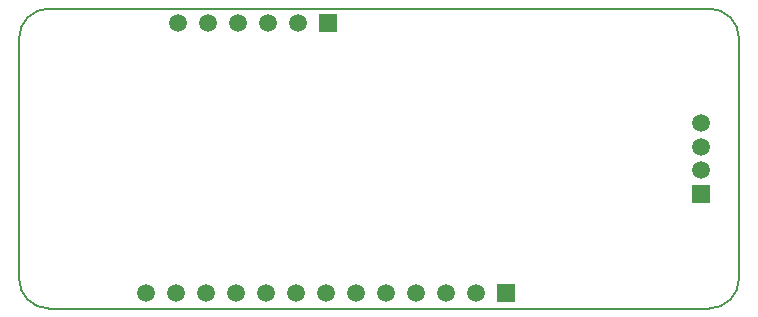
<source format=gbr>
G04 DipTrace 2.4.0.2*
%INBottomAssy.gbr*%
%MOIN*%
%ADD11C,0.006*%
%ADD17R,0.059X0.059*%
%ADD18C,0.0591*%
%FSLAX44Y44*%
G04*
G70*
G90*
G75*
G01*
%LNBotAssy*%
%LPD*%
D17*
X26690Y7759D3*
D18*
Y8546D3*
Y9334D3*
Y10121D3*
D17*
X20185Y4445D3*
D18*
X19185D3*
X18185D3*
X17185D3*
X16185D3*
X15185D3*
X14185D3*
X13185D3*
X12185D3*
X11185D3*
X10185D3*
X9185D3*
D17*
X14255Y13445D3*
D18*
X13255D3*
X12255D3*
X11255D3*
X10255D3*
X9255D3*
X8180Y4450D3*
X4940Y3940D2*
D11*
X26940D1*
G03X27940Y4940I5J995D01*
G01*
Y12940D1*
G03X26940Y13940I-995J5D01*
G01*
X4940D1*
G03X3940Y12940I0J-1000D01*
G01*
Y4940D1*
G03X4940Y3940I1000J0D01*
G01*
M02*

</source>
